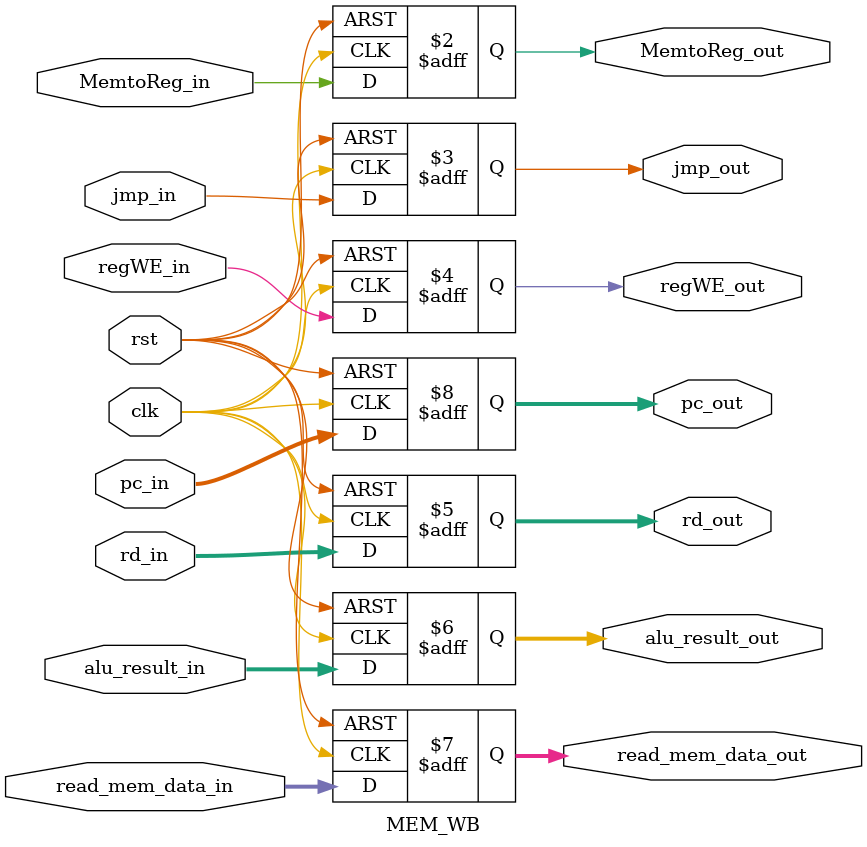
<source format=v>
module MEM_WB (

input clk, rst, MemtoReg_in, jmp_in, regWE_in,
input [4:0] rd_in,
input [31:0] alu_result_in, read_mem_data_in, pc_in,

output reg MemtoReg_out, jmp_out, regWE_out,
output reg [4:0] rd_out,
output reg [31:0] alu_result_out, read_mem_data_out, pc_out
);

always@(posedge clk or posedge rst) begin
if(rst) begin
	 MemtoReg_out <= 0;
	 regWE_out <= 0;
	 jmp_out <= 0;
	 rd_out <= 0; 
	 alu_result_out <= 0; 
         read_mem_data_out <= 0;
	 pc_out <= 0;
end

else begin
	 MemtoReg_out <= MemtoReg_in;
	 jmp_out <= jmp_in;
	 regWE_out <= regWE_in;
	 rd_out <= rd_in; 
	 alu_result_out <= alu_result_in; 
	 read_mem_data_out <= read_mem_data_in;
	 pc_out <= pc_in;
     end 
  end
endmodule



</source>
